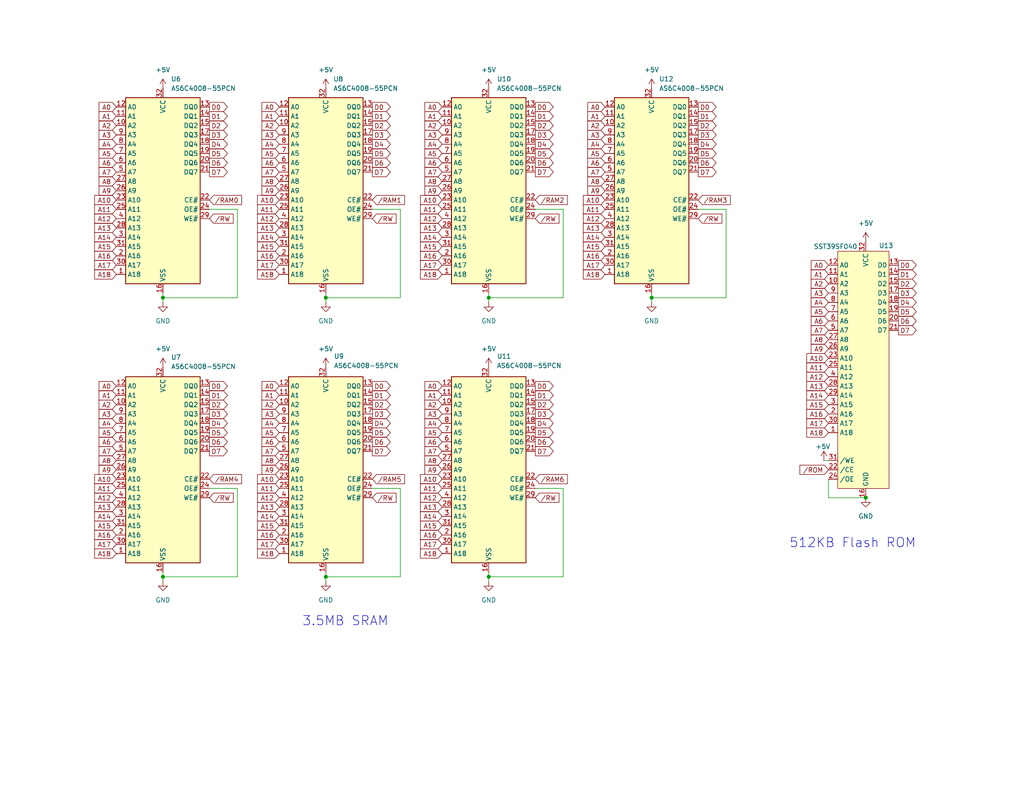
<source format=kicad_sch>
(kicad_sch (version 20231120) (generator "eeschema") (generator_version "8.0")
  (paper "A")
  (title_block (title "Mackerel-08 SBC v1") (date "2024-08-22") (rev "1.1") (company "Colin Maykish") (comment 1 "github.com/crmaykish/mackerel-68k"))
  (lib_symbols
    (symbol "Memory_RAM:AS6C4008-55PCN"
      (property "Reference" "U" (at -10.16 26.035 0))
      (property "Value" "AS6C4008-55PCN" (at 2.54 26.035 0))
      (symbol "AS6C4008-55PCN_0_0"
        (pin power_in line (at 0 -27.94 90) (length 2.54) (name "VSS") (number "16"))
        (pin power_in line (at 0 27.94 270) (length 2.54) (name "VCC") (number "32"))
      )
      (symbol "AS6C4008-55PCN_0_1"
        (rectangle (start -10.16 25.4) (end 10.16 -25.4) (stroke (width 0.254)) (fill (type background)))
      )
      (symbol "AS6C4008-55PCN_1_1"
        (pin input line (at -12.7 -22.86 0) (length 2.54) (name "A18") (number "1"))
        (pin input line (at -12.7 17.78 0) (length 2.54) (name "A2") (number "10"))
        (pin input line (at -12.7 20.32 0) (length 2.54) (name "A1") (number "11"))
        (pin input line (at -12.7 22.86 0) (length 2.54) (name "A0") (number "12"))
        (pin tri_state line (at 12.7 22.86 180) (length 2.54) (name "DQ0") (number "13"))
        (pin tri_state line (at 12.7 20.32 180) (length 2.54) (name "DQ1") (number "14"))
        (pin tri_state line (at 12.7 17.78 180) (length 2.54) (name "DQ2") (number "15"))
        (pin tri_state line (at 12.7 15.24 180) (length 2.54) (name "DQ3") (number "17"))
        (pin tri_state line (at 12.7 12.7 180) (length 2.54) (name "DQ4") (number "18"))
        (pin tri_state line (at 12.7 10.16 180) (length 2.54) (name "DQ5") (number "19"))
        (pin input line (at -12.7 -17.78 0) (length 2.54) (name "A16") (number "2"))
        (pin tri_state line (at 12.7 7.62 180) (length 2.54) (name "DQ6") (number "20"))
        (pin tri_state line (at 12.7 5.08 180) (length 2.54) (name "DQ7") (number "21"))
        (pin input line (at 12.7 -2.54 180) (length 2.54) (name "CE#") (number "22"))
        (pin input line (at -12.7 -2.54 0) (length 2.54) (name "A10") (number "23"))
        (pin input line (at 12.7 -5.08 180) (length 2.54) (name "OE#") (number "24"))
        (pin input line (at -12.7 -5.08 0) (length 2.54) (name "A11") (number "25"))
        (pin input line (at -12.7 0 0) (length 2.54) (name "A9") (number "26"))
        (pin input line (at -12.7 2.54 0) (length 2.54) (name "A8") (number "27"))
        (pin input line (at -12.7 -10.16 0) (length 2.54) (name "A13") (number "28"))
        (pin input line (at 12.7 -7.62 180) (length 2.54) (name "WE#") (number "29"))
        (pin input line (at -12.7 -12.7 0) (length 2.54) (name "A14") (number "3"))
        (pin input line (at -12.7 -20.32 0) (length 2.54) (name "A17") (number "30"))
        (pin input line (at -12.7 -15.24 0) (length 2.54) (name "A15") (number "31"))
        (pin input line (at -12.7 -7.62 0) (length 2.54) (name "A12") (number "4"))
        (pin input line (at -12.7 5.08 0) (length 2.54) (name "A7") (number "5"))
        (pin input line (at -12.7 7.62 0) (length 2.54) (name "A6") (number "6"))
        (pin input line (at -12.7 10.16 0) (length 2.54) (name "A5") (number "7"))
        (pin input line (at -12.7 12.7 0) (length 2.54) (name "A4") (number "8"))
        (pin input line (at -12.7 15.24 0) (length 2.54) (name "A3") (number "9"))
      )
    )
    (symbol "mackerel-68k-symbols:SST39SF040"
      (property "Reference" "U" (at 5.08 35.56 0))
      (property "Value" "SST39SF040" (at 0 -19.05 0))
      (symbol "SST39SF040_0_1"
        (rectangle (start -6.35 34.29) (end 7.62 -30.48) (fill (type background)))
      )
      (symbol "SST39SF040_1_1"
        (pin input line (at -8.89 -15.24 0) (length 2.54) (name "A18") (number "1"))
        (pin input line (at -8.89 25.4 0) (length 2.54) (name "A2") (number "10"))
        (pin input line (at -8.89 27.94 0) (length 2.54) (name "A1") (number "11"))
        (pin input line (at -8.89 30.48 0) (length 2.54) (name "A0") (number "12"))
        (pin bidirectional line (at 10.16 30.48 180) (length 2.54) (name "D0") (number "13"))
        (pin bidirectional line (at 10.16 27.94 180) (length 2.54) (name "D1") (number "14"))
        (pin bidirectional line (at 10.16 25.4 180) (length 2.54) (name "D2") (number "15"))
        (pin power_in line (at 1.27 -33.02 90) (length 2.54) (name "GND") (number "16"))
        (pin bidirectional line (at 10.16 22.86 180) (length 2.54) (name "D3") (number "17"))
        (pin bidirectional line (at 10.16 20.32 180) (length 2.54) (name "D4") (number "18"))
        (pin bidirectional line (at 10.16 17.78 180) (length 2.54) (name "D5") (number "19"))
        (pin input line (at -8.89 -10.16 0) (length 2.54) (name "A16") (number "2"))
        (pin bidirectional line (at 10.16 15.24 180) (length 2.54) (name "D6") (number "20"))
        (pin bidirectional line (at 10.16 12.7 180) (length 2.54) (name "D7") (number "21"))
        (pin input line (at -8.89 -25.4 0) (length 2.54) (name "/CE") (number "22"))
        (pin input line (at -8.89 5.08 0) (length 2.54) (name "A10") (number "23"))
        (pin input line (at -8.89 -27.94 0) (length 2.54) (name "/OE") (number "24"))
        (pin input line (at -8.89 2.54 0) (length 2.54) (name "A11") (number "25"))
        (pin input line (at -8.89 7.62 0) (length 2.54) (name "A9") (number "26"))
        (pin input line (at -8.89 10.16 0) (length 2.54) (name "A8") (number "27"))
        (pin input line (at -8.89 -2.54 0) (length 2.54) (name "A13") (number "28"))
        (pin input line (at -8.89 -5.08 0) (length 2.54) (name "A14") (number "29"))
        (pin input line (at -8.89 -7.62 0) (length 2.54) (name "A15") (number "3"))
        (pin input line (at -8.89 -12.7 0) (length 2.54) (name "A17") (number "30"))
        (pin input line (at -8.89 -22.86 0) (length 2.54) (name "/WE") (number "31"))
        (pin power_in line (at 1.27 36.83 270) (length 2.54) (name "VCC") (number "32"))
        (pin input line (at -8.89 0 0) (length 2.54) (name "A12") (number "4"))
        (pin input line (at -8.89 12.7 0) (length 2.54) (name "A7") (number "5"))
        (pin input line (at -8.89 15.24 0) (length 2.54) (name "A6") (number "6"))
        (pin input line (at -8.89 17.78 0) (length 2.54) (name "A5") (number "7"))
        (pin input line (at -8.89 20.32 0) (length 2.54) (name "A4") (number "8"))
        (pin input line (at -8.89 22.86 0) (length 2.54) (name "A3") (number "9"))
      )
    )
    (symbol "power:+5V" (power) (pin_numbers hide) (pin_names (offset 0) hide)
      (property "Value" "+5V" (at 0 3.556 0))
      (symbol "+5V_0_1"
        (polyline (pts (xy -0.762 1.27) (xy 0 2.54)))
        (polyline (pts (xy 0 0) (xy 0 2.54)))
        (polyline (pts (xy 0 2.54) (xy 0.762 1.27)))
      )
      (symbol "+5V_1_1"
        (pin power_in line (at 0 0 90) (length 0) (name "~") (number "1"))
      )
    )
    (symbol "power:GND" (power) (pin_numbers hide) (pin_names (offset 0) hide)
      (property "Value" "GND" (at 0 -3.81 0))
      (symbol "GND_0_1"
        (polyline (pts (xy 0 0) (xy 0 -1.27) (xy 1.27 -1.27) (xy 0 -2.54) (xy -1.27 -1.27) (xy 0 -1.27)))
      )
      (symbol "GND_1_1"
        (pin power_in line (at 0 0 270) (length 0) (name "~") (number "1"))
      )
    )
  )
  (junction (at 44.45 81.28))
  (junction (at 133.35 157.48))
  (junction (at 177.8 81.28))
  (junction (at 88.9 157.48))
  (junction (at 88.9 81.28))
  (junction (at 133.35 81.28))
  (junction (at 236.22 135.89))
  (junction (at 44.45 157.48))
  (wire (pts (xy 109.22 133.35) (xy 109.22 157.48)))
  (wire (pts (xy 190.5 57.15) (xy 198.12 57.15)))
  (wire (pts (xy 153.67 157.48) (xy 133.35 157.48)))
  (wire (pts (xy 44.45 157.48) (xy 44.45 156.21)))
  (wire (pts (xy 57.15 133.35) (xy 64.77 133.35)))
  (wire (pts (xy 198.12 57.15) (xy 198.12 81.28)))
  (wire (pts (xy 153.67 81.28) (xy 133.35 81.28)))
  (wire (pts (xy 109.22 81.28) (xy 88.9 81.28)))
  (wire (pts (xy 153.67 57.15) (xy 153.67 81.28)))
  (wire (pts (xy 177.8 81.28) (xy 177.8 80.01)))
  (wire (pts (xy 88.9 82.55) (xy 88.9 81.28)))
  (wire (pts (xy 109.22 157.48) (xy 88.9 157.48)))
  (wire (pts (xy 146.05 133.35) (xy 153.67 133.35)))
  (wire (pts (xy 101.6 133.35) (xy 109.22 133.35)))
  (wire (pts (xy 153.67 133.35) (xy 153.67 157.48)))
  (wire (pts (xy 44.45 82.55) (xy 44.45 81.28)))
  (wire (pts (xy 236.22 135.89) (xy 226.06 135.89)))
  (wire (pts (xy 226.06 135.89) (xy 226.06 130.81)))
  (wire (pts (xy 88.9 158.75) (xy 88.9 157.48)))
  (wire (pts (xy 44.45 158.75) (xy 44.45 157.48)))
  (wire (pts (xy 224.79 125.73) (xy 226.06 125.73)))
  (wire (pts (xy 133.35 157.48) (xy 133.35 156.21)))
  (wire (pts (xy 133.35 81.28) (xy 133.35 80.01)))
  (wire (pts (xy 44.45 81.28) (xy 44.45 80.01)))
  (wire (pts (xy 133.35 82.55) (xy 133.35 81.28)))
  (wire (pts (xy 109.22 57.15) (xy 109.22 81.28)))
  (wire (pts (xy 64.77 133.35) (xy 64.77 157.48)))
  (wire (pts (xy 57.15 57.15) (xy 64.77 57.15)))
  (wire (pts (xy 101.6 57.15) (xy 109.22 57.15)))
  (wire (pts (xy 64.77 81.28) (xy 44.45 81.28)))
  (wire (pts (xy 198.12 81.28) (xy 177.8 81.28)))
  (wire (pts (xy 64.77 157.48) (xy 44.45 157.48)))
  (wire (pts (xy 88.9 81.28) (xy 88.9 80.01)))
  (wire (pts (xy 64.77 57.15) (xy 64.77 81.28)))
  (wire (pts (xy 133.35 158.75) (xy 133.35 157.48)))
  (wire (pts (xy 146.05 57.15) (xy 153.67 57.15)))
  (wire (pts (xy 177.8 82.55) (xy 177.8 81.28)))
  (wire (pts (xy 88.9 157.48) (xy 88.9 156.21)))
  (text "512KB Flash ROM" (at 232.664 148.336 0) (effects (font (size 2.54 2.54))))
  (text "3.5MB SRAM" (at 94.234 169.672 0) (effects (font (size 2.54 2.54))))
  (global_label "{slash}RW" (shape input) (at 57.15 135.89 0) (property "Intersheetrefs" "${INTERSHEET_REFS}" (effects (hide yes))))
  (global_label "A16" (shape input) (at 120.65 146.05 180) (property "Intersheetrefs" "${INTERSHEET_REFS}" (effects (hide yes))))
  (global_label "A11" (shape input) (at 31.75 57.15 180) (property "Intersheetrefs" "${INTERSHEET_REFS}" (effects (hide yes))))
  (global_label "A5" (shape input) (at 165.1 41.91 180) (property "Intersheetrefs" "${INTERSHEET_REFS}" (effects (hide yes))))
  (global_label "A13" (shape input) (at 76.2 62.23 180) (property "Intersheetrefs" "${INTERSHEET_REFS}" (effects (hide yes))))
  (global_label "D5" (shape output) (at 245.11 85.09 0) (property "Intersheetrefs" "${INTERSHEET_REFS}" (effects (hide yes))))
  (global_label "D4" (shape output) (at 146.05 39.37 0) (property "Intersheetrefs" "${INTERSHEET_REFS}" (effects (hide yes))))
  (global_label "D7" (shape output) (at 101.6 46.99 0) (property "Intersheetrefs" "${INTERSHEET_REFS}" (effects (hide yes))))
  (global_label "A0" (shape input) (at 120.65 105.41 180) (property "Intersheetrefs" "${INTERSHEET_REFS}" (effects (hide yes))))
  (global_label "A12" (shape input) (at 76.2 135.89 180) (property "Intersheetrefs" "${INTERSHEET_REFS}" (effects (hide yes))))
  (global_label "D0" (shape output) (at 245.11 72.39 0) (property "Intersheetrefs" "${INTERSHEET_REFS}" (effects (hide yes))))
  (global_label "A12" (shape input) (at 31.75 135.89 180) (property "Intersheetrefs" "${INTERSHEET_REFS}" (effects (hide yes))))
  (global_label "A6" (shape input) (at 120.65 44.45 180) (property "Intersheetrefs" "${INTERSHEET_REFS}" (effects (hide yes))))
  (global_label "A2" (shape input) (at 76.2 34.29 180) (property "Intersheetrefs" "${INTERSHEET_REFS}" (effects (hide yes))))
  (global_label "D3" (shape output) (at 101.6 36.83 0) (property "Intersheetrefs" "${INTERSHEET_REFS}" (effects (hide yes))))
  (global_label "D4" (shape output) (at 57.15 115.57 0) (property "Intersheetrefs" "${INTERSHEET_REFS}" (effects (hide yes))))
  (global_label "A7" (shape input) (at 120.65 46.99 180) (property "Intersheetrefs" "${INTERSHEET_REFS}" (effects (hide yes))))
  (global_label "A1" (shape input) (at 31.75 107.95 180) (property "Intersheetrefs" "${INTERSHEET_REFS}" (effects (hide yes))))
  (global_label "A12" (shape input) (at 226.06 102.87 180) (property "Intersheetrefs" "${INTERSHEET_REFS}" (effects (hide yes))))
  (global_label "D2" (shape output) (at 101.6 110.49 0) (property "Intersheetrefs" "${INTERSHEET_REFS}" (effects (hide yes))))
  (global_label "{slash}RAM0" (shape input) (at 57.15 54.61 0) (property "Intersheetrefs" "${INTERSHEET_REFS}" (effects (hide yes))))
  (global_label "A7" (shape input) (at 226.06 90.17 180) (property "Intersheetrefs" "${INTERSHEET_REFS}" (effects (hide yes))))
  (global_label "{slash}RAM6" (shape input) (at 146.05 130.81 0) (property "Intersheetrefs" "${INTERSHEET_REFS}" (effects (hide yes))))
  (global_label "A15" (shape input) (at 120.65 67.31 180) (property "Intersheetrefs" "${INTERSHEET_REFS}" (effects (hide yes))))
  (global_label "A6" (shape input) (at 76.2 120.65 180) (property "Intersheetrefs" "${INTERSHEET_REFS}" (effects (hide yes))))
  (global_label "A10" (shape input) (at 120.65 130.81 180) (property "Intersheetrefs" "${INTERSHEET_REFS}" (effects (hide yes))))
  (global_label "D5" (shape output) (at 57.15 41.91 0) (property "Intersheetrefs" "${INTERSHEET_REFS}" (effects (hide yes))))
  (global_label "A16" (shape input) (at 226.06 113.03 180) (property "Intersheetrefs" "${INTERSHEET_REFS}" (effects (hide yes))))
  (global_label "A8" (shape input) (at 76.2 49.53 180) (property "Intersheetrefs" "${INTERSHEET_REFS}" (effects (hide yes))))
  (global_label "A0" (shape input) (at 31.75 105.41 180) (property "Intersheetrefs" "${INTERSHEET_REFS}" (effects (hide yes))))
  (global_label "A1" (shape input) (at 76.2 31.75 180) (property "Intersheetrefs" "${INTERSHEET_REFS}" (effects (hide yes))))
  (global_label "A7" (shape input) (at 120.65 123.19 180) (property "Intersheetrefs" "${INTERSHEET_REFS}" (effects (hide yes))))
  (global_label "A11" (shape input) (at 120.65 133.35 180) (property "Intersheetrefs" "${INTERSHEET_REFS}" (effects (hide yes))))
  (global_label "A5" (shape input) (at 226.06 85.09 180) (property "Intersheetrefs" "${INTERSHEET_REFS}" (effects (hide yes))))
  (global_label "A16" (shape input) (at 120.65 69.85 180) (property "Intersheetrefs" "${INTERSHEET_REFS}" (effects (hide yes))))
  (global_label "D2" (shape output) (at 245.11 77.47 0) (property "Intersheetrefs" "${INTERSHEET_REFS}" (effects (hide yes))))
  (global_label "A0" (shape input) (at 226.06 72.39 180) (property "Intersheetrefs" "${INTERSHEET_REFS}" (effects (hide yes))))
  (global_label "A18" (shape input) (at 31.75 74.93 180) (property "Intersheetrefs" "${INTERSHEET_REFS}" (effects (hide yes))))
  (global_label "A4" (shape input) (at 226.06 82.55 180) (property "Intersheetrefs" "${INTERSHEET_REFS}" (effects (hide yes))))
  (global_label "A16" (shape input) (at 31.75 69.85 180) (property "Intersheetrefs" "${INTERSHEET_REFS}" (effects (hide yes))))
  (global_label "D1" (shape output) (at 101.6 107.95 0) (property "Intersheetrefs" "${INTERSHEET_REFS}" (effects (hide yes))))
  (global_label "D2" (shape output) (at 146.05 110.49 0) (property "Intersheetrefs" "${INTERSHEET_REFS}" (effects (hide yes))))
  (global_label "{slash}RAM1" (shape input) (at 101.6 54.61 0) (property "Intersheetrefs" "${INTERSHEET_REFS}" (effects (hide yes))))
  (global_label "D4" (shape output) (at 57.15 39.37 0) (property "Intersheetrefs" "${INTERSHEET_REFS}" (effects (hide yes))))
  (global_label "{slash}RW" (shape input) (at 101.6 59.69 0) (property "Intersheetrefs" "${INTERSHEET_REFS}" (effects (hide yes))))
  (global_label "A10" (shape input) (at 226.06 97.79 180) (property "Intersheetrefs" "${INTERSHEET_REFS}" (effects (hide yes))))
  (global_label "A5" (shape input) (at 120.65 41.91 180) (property "Intersheetrefs" "${INTERSHEET_REFS}" (effects (hide yes))))
  (global_label "A2" (shape input) (at 76.2 110.49 180) (property "Intersheetrefs" "${INTERSHEET_REFS}" (effects (hide yes))))
  (global_label "D1" (shape output) (at 146.05 107.95 0) (property "Intersheetrefs" "${INTERSHEET_REFS}" (effects (hide yes))))
  (global_label "A4" (shape input) (at 76.2 115.57 180) (property "Intersheetrefs" "${INTERSHEET_REFS}" (effects (hide yes))))
  (global_label "{slash}RW" (shape input) (at 146.05 135.89 0) (property "Intersheetrefs" "${INTERSHEET_REFS}" (effects (hide yes))))
  (global_label "A3" (shape input) (at 31.75 113.03 180) (property "Intersheetrefs" "${INTERSHEET_REFS}" (effects (hide yes))))
  (global_label "A14" (shape input) (at 120.65 140.97 180) (property "Intersheetrefs" "${INTERSHEET_REFS}" (effects (hide yes))))
  (global_label "A10" (shape input) (at 31.75 130.81 180) (property "Intersheetrefs" "${INTERSHEET_REFS}" (effects (hide yes))))
  (global_label "D6" (shape output) (at 101.6 120.65 0) (property "Intersheetrefs" "${INTERSHEET_REFS}" (effects (hide yes))))
  (global_label "A11" (shape input) (at 120.65 57.15 180) (property "Intersheetrefs" "${INTERSHEET_REFS}" (effects (hide yes))))
  (global_label "D7" (shape output) (at 190.5 46.99 0) (property "Intersheetrefs" "${INTERSHEET_REFS}" (effects (hide yes))))
  (global_label "D7" (shape output) (at 57.15 123.19 0) (property "Intersheetrefs" "${INTERSHEET_REFS}" (effects (hide yes))))
  (global_label "A6" (shape input) (at 76.2 44.45 180) (property "Intersheetrefs" "${INTERSHEET_REFS}" (effects (hide yes))))
  (global_label "D3" (shape output) (at 146.05 113.03 0) (property "Intersheetrefs" "${INTERSHEET_REFS}" (effects (hide yes))))
  (global_label "A1" (shape input) (at 120.65 107.95 180) (property "Intersheetrefs" "${INTERSHEET_REFS}" (effects (hide yes))))
  (global_label "D2" (shape output) (at 146.05 34.29 0) (property "Intersheetrefs" "${INTERSHEET_REFS}" (effects (hide yes))))
  (global_label "A5" (shape input) (at 31.75 118.11 180) (property "Intersheetrefs" "${INTERSHEET_REFS}" (effects (hide yes))))
  (global_label "D1" (shape output) (at 190.5 31.75 0) (property "Intersheetrefs" "${INTERSHEET_REFS}" (effects (hide yes))))
  (global_label "A17" (shape input) (at 31.75 148.59 180) (property "Intersheetrefs" "${INTERSHEET_REFS}" (effects (hide yes))))
  (global_label "A4" (shape input) (at 31.75 115.57 180) (property "Intersheetrefs" "${INTERSHEET_REFS}" (effects (hide yes))))
  (global_label "A13" (shape input) (at 120.65 62.23 180) (property "Intersheetrefs" "${INTERSHEET_REFS}" (effects (hide yes))))
  (global_label "A17" (shape input) (at 76.2 148.59 180) (property "Intersheetrefs" "${INTERSHEET_REFS}" (effects (hide yes))))
  (global_label "A0" (shape input) (at 76.2 29.21 180) (property "Intersheetrefs" "${INTERSHEET_REFS}" (effects (hide yes))))
  (global_label "A9" (shape input) (at 31.75 128.27 180) (property "Intersheetrefs" "${INTERSHEET_REFS}" (effects (hide yes))))
  (global_label "D4" (shape output) (at 245.11 82.55 0) (property "Intersheetrefs" "${INTERSHEET_REFS}" (effects (hide yes))))
  (global_label "D4" (shape output) (at 101.6 39.37 0) (property "Intersheetrefs" "${INTERSHEET_REFS}" (effects (hide yes))))
  (global_label "A10" (shape input) (at 31.75 54.61 180) (property "Intersheetrefs" "${INTERSHEET_REFS}" (effects (hide yes))))
  (global_label "A17" (shape input) (at 31.75 72.39 180) (property "Intersheetrefs" "${INTERSHEET_REFS}" (effects (hide yes))))
  (global_label "A2" (shape input) (at 226.06 77.47 180) (property "Intersheetrefs" "${INTERSHEET_REFS}" (effects (hide yes))))
  (global_label "D2" (shape output) (at 57.15 110.49 0) (property "Intersheetrefs" "${INTERSHEET_REFS}" (effects (hide yes))))
  (global_label "A9" (shape input) (at 165.1 52.07 180) (property "Intersheetrefs" "${INTERSHEET_REFS}" (effects (hide yes))))
  (global_label "A14" (shape input) (at 31.75 64.77 180) (property "Intersheetrefs" "${INTERSHEET_REFS}" (effects (hide yes))))
  (global_label "A7" (shape input) (at 76.2 123.19 180) (property "Intersheetrefs" "${INTERSHEET_REFS}" (effects (hide yes))))
  (global_label "D3" (shape output) (at 57.15 36.83 0) (property "Intersheetrefs" "${INTERSHEET_REFS}" (effects (hide yes))))
  (global_label "A3" (shape input) (at 120.65 113.03 180) (property "Intersheetrefs" "${INTERSHEET_REFS}" (effects (hide yes))))
  (global_label "A11" (shape input) (at 165.1 57.15 180) (property "Intersheetrefs" "${INTERSHEET_REFS}" (effects (hide yes))))
  (global_label "D1" (shape output) (at 57.15 31.75 0) (property "Intersheetrefs" "${INTERSHEET_REFS}" (effects (hide yes))))
  (global_label "D3" (shape output) (at 57.15 113.03 0) (property "Intersheetrefs" "${INTERSHEET_REFS}" (effects (hide yes))))
  (global_label "A17" (shape input) (at 226.06 115.57 180) (property "Intersheetrefs" "${INTERSHEET_REFS}" (effects (hide yes))))
  (global_label "A8" (shape input) (at 120.65 49.53 180) (property "Intersheetrefs" "${INTERSHEET_REFS}" (effects (hide yes))))
  (global_label "A15" (shape input) (at 165.1 67.31 180) (property "Intersheetrefs" "${INTERSHEET_REFS}" (effects (hide yes))))
  (global_label "A17" (shape input) (at 120.65 148.59 180) (property "Intersheetrefs" "${INTERSHEET_REFS}" (effects (hide yes))))
  (global_label "A9" (shape input) (at 226.06 95.25 180) (property "Intersheetrefs" "${INTERSHEET_REFS}" (effects (hide yes))))
  (global_label "D6" (shape output) (at 146.05 120.65 0) (property "Intersheetrefs" "${INTERSHEET_REFS}" (effects (hide yes))))
  (global_label "A2" (shape input) (at 120.65 110.49 180) (property "Intersheetrefs" "${INTERSHEET_REFS}" (effects (hide yes))))
  (global_label "A4" (shape input) (at 31.75 39.37 180) (property "Intersheetrefs" "${INTERSHEET_REFS}" (effects (hide yes))))
  (global_label "A3" (shape input) (at 120.65 36.83 180) (property "Intersheetrefs" "${INTERSHEET_REFS}" (effects (hide yes))))
  (global_label "A11" (shape input) (at 31.75 133.35 180) (property "Intersheetrefs" "${INTERSHEET_REFS}" (effects (hide yes))))
  (global_label "D6" (shape output) (at 101.6 44.45 0) (property "Intersheetrefs" "${INTERSHEET_REFS}" (effects (hide yes))))
  (global_label "A6" (shape input) (at 120.65 120.65 180) (property "Intersheetrefs" "${INTERSHEET_REFS}" (effects (hide yes))))
  (global_label "D5" (shape output) (at 146.05 41.91 0) (property "Intersheetrefs" "${INTERSHEET_REFS}" (effects (hide yes))))
  (global_label "A12" (shape input) (at 31.75 59.69 180) (property "Intersheetrefs" "${INTERSHEET_REFS}" (effects (hide yes))))
  (global_label "A7" (shape input) (at 165.1 46.99 180) (property "Intersheetrefs" "${INTERSHEET_REFS}" (effects (hide yes))))
  (global_label "D1" (shape output) (at 146.05 31.75 0) (property "Intersheetrefs" "${INTERSHEET_REFS}" (effects (hide yes))))
  (global_label "A15" (shape input) (at 120.65 143.51 180) (property "Intersheetrefs" "${INTERSHEET_REFS}" (effects (hide yes))))
  (global_label "A1" (shape input) (at 226.06 74.93 180) (property "Intersheetrefs" "${INTERSHEET_REFS}" (effects (hide yes))))
  (global_label "A18" (shape input) (at 120.65 74.93 180) (property "Intersheetrefs" "${INTERSHEET_REFS}" (effects (hide yes))))
  (global_label "A16" (shape input) (at 165.1 69.85 180) (property "Intersheetrefs" "${INTERSHEET_REFS}" (effects (hide yes))))
  (global_label "A18" (shape input) (at 226.06 118.11 180) (property "Intersheetrefs" "${INTERSHEET_REFS}" (effects (hide yes))))
  (global_label "A18" (shape input) (at 165.1 74.93 180) (property "Intersheetrefs" "${INTERSHEET_REFS}" (effects (hide yes))))
  (global_label "A1" (shape input) (at 76.2 107.95 180) (property "Intersheetrefs" "${INTERSHEET_REFS}" (effects (hide yes))))
  (global_label "D7" (shape output) (at 101.6 123.19 0) (property "Intersheetrefs" "${INTERSHEET_REFS}" (effects (hide yes))))
  (global_label "A8" (shape input) (at 76.2 125.73 180) (property "Intersheetrefs" "${INTERSHEET_REFS}" (effects (hide yes))))
  (global_label "A7" (shape input) (at 31.75 46.99 180) (property "Intersheetrefs" "${INTERSHEET_REFS}" (effects (hide yes))))
  (global_label "A3" (shape input) (at 165.1 36.83 180) (property "Intersheetrefs" "${INTERSHEET_REFS}" (effects (hide yes))))
  (global_label "D0" (shape output) (at 101.6 29.21 0) (property "Intersheetrefs" "${INTERSHEET_REFS}" (effects (hide yes))))
  (global_label "D6" (shape output) (at 190.5 44.45 0) (property "Intersheetrefs" "${INTERSHEET_REFS}" (effects (hide yes))))
  (global_label "A10" (shape input) (at 76.2 130.81 180) (property "Intersheetrefs" "${INTERSHEET_REFS}" (effects (hide yes))))
  (global_label "A15" (shape input) (at 76.2 67.31 180) (property "Intersheetrefs" "${INTERSHEET_REFS}" (effects (hide yes))))
  (global_label "A18" (shape input) (at 120.65 151.13 180) (property "Intersheetrefs" "${INTERSHEET_REFS}" (effects (hide yes))))
  (global_label "A13" (shape input) (at 165.1 62.23 180) (property "Intersheetrefs" "${INTERSHEET_REFS}" (effects (hide yes))))
  (global_label "A13" (shape input) (at 76.2 138.43 180) (property "Intersheetrefs" "${INTERSHEET_REFS}" (effects (hide yes))))
  (global_label "A17" (shape input) (at 76.2 72.39 180) (property "Intersheetrefs" "${INTERSHEET_REFS}" (effects (hide yes))))
  (global_label "A10" (shape input) (at 76.2 54.61 180) (property "Intersheetrefs" "${INTERSHEET_REFS}" (effects (hide yes))))
  (global_label "D2" (shape output) (at 101.6 34.29 0) (property "Intersheetrefs" "${INTERSHEET_REFS}" (effects (hide yes))))
  (global_label "D5" (shape output) (at 101.6 41.91 0) (property "Intersheetrefs" "${INTERSHEET_REFS}" (effects (hide yes))))
  (global_label "A1" (shape input) (at 120.65 31.75 180) (property "Intersheetrefs" "${INTERSHEET_REFS}" (effects (hide yes))))
  (global_label "A4" (shape input) (at 165.1 39.37 180) (property "Intersheetrefs" "${INTERSHEET_REFS}" (effects (hide yes))))
  (global_label "{slash}ROM" (shape input) (at 226.06 128.27 180) (property "Intersheetrefs" "${INTERSHEET_REFS}" (effects (hide yes))))
  (global_label "{slash}RW" (shape input) (at 190.5 59.69 0) (property "Intersheetrefs" "${INTERSHEET_REFS}" (effects (hide yes))))
  (global_label "A10" (shape input) (at 165.1 54.61 180) (property "Intersheetrefs" "${INTERSHEET_REFS}" (effects (hide yes))))
  (global_label "A17" (shape input) (at 120.65 72.39 180) (property "Intersheetrefs" "${INTERSHEET_REFS}" (effects (hide yes))))
  (global_label "D0" (shape output) (at 57.15 105.41 0) (property "Intersheetrefs" "${INTERSHEET_REFS}" (effects (hide yes))))
  (global_label "D3" (shape output) (at 245.11 80.01 0) (property "Intersheetrefs" "${INTERSHEET_REFS}" (effects (hide yes))))
  (global_label "D5" (shape output) (at 190.5 41.91 0) (property "Intersheetrefs" "${INTERSHEET_REFS}" (effects (hide yes))))
  (global_label "A15" (shape input) (at 31.75 143.51 180) (property "Intersheetrefs" "${INTERSHEET_REFS}" (effects (hide yes))))
  (global_label "A8" (shape input) (at 31.75 49.53 180) (property "Intersheetrefs" "${INTERSHEET_REFS}" (effects (hide yes))))
  (global_label "A6" (shape input) (at 31.75 44.45 180) (property "Intersheetrefs" "${INTERSHEET_REFS}" (effects (hide yes))))
  (global_label "D1" (shape output) (at 57.15 107.95 0) (property "Intersheetrefs" "${INTERSHEET_REFS}" (effects (hide yes))))
  (global_label "{slash}RW" (shape input) (at 101.6 135.89 0) (property "Intersheetrefs" "${INTERSHEET_REFS}" (effects (hide yes))))
  (global_label "D1" (shape output) (at 101.6 31.75 0) (property "Intersheetrefs" "${INTERSHEET_REFS}" (effects (hide yes))))
  (global_label "D5" (shape output) (at 57.15 118.11 0) (property "Intersheetrefs" "${INTERSHEET_REFS}" (effects (hide yes))))
  (global_label "A14" (shape input) (at 120.65 64.77 180) (property "Intersheetrefs" "${INTERSHEET_REFS}" (effects (hide yes))))
  (global_label "A13" (shape input) (at 31.75 138.43 180) (property "Intersheetrefs" "${INTERSHEET_REFS}" (effects (hide yes))))
  (global_label "A14" (shape input) (at 165.1 64.77 180) (property "Intersheetrefs" "${INTERSHEET_REFS}" (effects (hide yes))))
  (global_label "A1" (shape input) (at 165.1 31.75 180) (property "Intersheetrefs" "${INTERSHEET_REFS}" (effects (hide yes))))
  (global_label "A14" (shape input) (at 226.06 107.95 180) (property "Intersheetrefs" "${INTERSHEET_REFS}" (effects (hide yes))))
  (global_label "A16" (shape input) (at 76.2 146.05 180) (property "Intersheetrefs" "${INTERSHEET_REFS}" (effects (hide yes))))
  (global_label "A7" (shape input) (at 31.75 123.19 180) (property "Intersheetrefs" "${INTERSHEET_REFS}" (effects (hide yes))))
  (global_label "D5" (shape output) (at 101.6 118.11 0) (property "Intersheetrefs" "${INTERSHEET_REFS}" (effects (hide yes))))
  (global_label "A9" (shape input) (at 120.65 128.27 180) (property "Intersheetrefs" "${INTERSHEET_REFS}" (effects (hide yes))))
  (global_label "D7" (shape output) (at 146.05 46.99 0) (property "Intersheetrefs" "${INTERSHEET_REFS}" (effects (hide yes))))
  (global_label "A9" (shape input) (at 76.2 128.27 180) (property "Intersheetrefs" "${INTERSHEET_REFS}" (effects (hide yes))))
  (global_label "A4" (shape input) (at 76.2 39.37 180) (property "Intersheetrefs" "${INTERSHEET_REFS}" (effects (hide yes))))
  (global_label "A11" (shape input) (at 76.2 133.35 180) (property "Intersheetrefs" "${INTERSHEET_REFS}" (effects (hide yes))))
  (global_label "A12" (shape input) (at 120.65 135.89 180) (property "Intersheetrefs" "${INTERSHEET_REFS}" (effects (hide yes))))
  (global_label "A5" (shape input) (at 31.75 41.91 180) (property "Intersheetrefs" "${INTERSHEET_REFS}" (effects (hide yes))))
  (global_label "D0" (shape output) (at 146.05 29.21 0) (property "Intersheetrefs" "${INTERSHEET_REFS}" (effects (hide yes))))
  (global_label "D7" (shape output) (at 57.15 46.99 0) (property "Intersheetrefs" "${INTERSHEET_REFS}" (effects (hide yes))))
  (global_label "D0" (shape output) (at 146.05 105.41 0) (property "Intersheetrefs" "${INTERSHEET_REFS}" (effects (hide yes))))
  (global_label "A6" (shape input) (at 31.75 120.65 180) (property "Intersheetrefs" "${INTERSHEET_REFS}" (effects (hide yes))))
  (global_label "A17" (shape input) (at 165.1 72.39 180) (property "Intersheetrefs" "${INTERSHEET_REFS}" (effects (hide yes))))
  (global_label "A13" (shape input) (at 120.65 138.43 180) (property "Intersheetrefs" "${INTERSHEET_REFS}" (effects (hide yes))))
  (global_label "A16" (shape input) (at 76.2 69.85 180) (property "Intersheetrefs" "${INTERSHEET_REFS}" (effects (hide yes))))
  (global_label "D0" (shape output) (at 101.6 105.41 0) (property "Intersheetrefs" "${INTERSHEET_REFS}" (effects (hide yes))))
  (global_label "A0" (shape input) (at 76.2 105.41 180) (property "Intersheetrefs" "${INTERSHEET_REFS}" (effects (hide yes))))
  (global_label "D5" (shape output) (at 146.05 118.11 0) (property "Intersheetrefs" "${INTERSHEET_REFS}" (effects (hide yes))))
  (global_label "A5" (shape input) (at 76.2 118.11 180) (property "Intersheetrefs" "${INTERSHEET_REFS}" (effects (hide yes))))
  (global_label "D3" (shape output) (at 190.5 36.83 0) (property "Intersheetrefs" "${INTERSHEET_REFS}" (effects (hide yes))))
  (global_label "D0" (shape output) (at 190.5 29.21 0) (property "Intersheetrefs" "${INTERSHEET_REFS}" (effects (hide yes))))
  (global_label "A10" (shape input) (at 120.65 54.61 180) (property "Intersheetrefs" "${INTERSHEET_REFS}" (effects (hide yes))))
  (global_label "A2" (shape input) (at 31.75 110.49 180) (property "Intersheetrefs" "${INTERSHEET_REFS}" (effects (hide yes))))
  (global_label "A9" (shape input) (at 120.65 52.07 180) (property "Intersheetrefs" "${INTERSHEET_REFS}" (effects (hide yes))))
  (global_label "A18" (shape input) (at 76.2 74.93 180) (property "Intersheetrefs" "${INTERSHEET_REFS}" (effects (hide yes))))
  (global_label "A9" (shape input) (at 31.75 52.07 180) (property "Intersheetrefs" "${INTERSHEET_REFS}" (effects (hide yes))))
  (global_label "A16" (shape input) (at 31.75 146.05 180) (property "Intersheetrefs" "${INTERSHEET_REFS}" (effects (hide yes))))
  (global_label "D7" (shape output) (at 146.05 123.19 0) (property "Intersheetrefs" "${INTERSHEET_REFS}" (effects (hide yes))))
  (global_label "A8" (shape input) (at 120.65 125.73 180) (property "Intersheetrefs" "${INTERSHEET_REFS}" (effects (hide yes))))
  (global_label "A8" (shape input) (at 226.06 92.71 180) (property "Intersheetrefs" "${INTERSHEET_REFS}" (effects (hide yes))))
  (global_label "D4" (shape output) (at 101.6 115.57 0) (property "Intersheetrefs" "${INTERSHEET_REFS}" (effects (hide yes))))
  (global_label "A15" (shape input) (at 31.75 67.31 180) (property "Intersheetrefs" "${INTERSHEET_REFS}" (effects (hide yes))))
  (global_label "A3" (shape input) (at 31.75 36.83 180) (property "Intersheetrefs" "${INTERSHEET_REFS}" (effects (hide yes))))
  (global_label "D0" (shape output) (at 57.15 29.21 0) (property "Intersheetrefs" "${INTERSHEET_REFS}" (effects (hide yes))))
  (global_label "A3" (shape input) (at 76.2 36.83 180) (property "Intersheetrefs" "${INTERSHEET_REFS}" (effects (hide yes))))
  (global_label "A0" (shape input) (at 31.75 29.21 180) (property "Intersheetrefs" "${INTERSHEET_REFS}" (effects (hide yes))))
  (global_label "A2" (shape input) (at 31.75 34.29 180) (property "Intersheetrefs" "${INTERSHEET_REFS}" (effects (hide yes))))
  (global_label "A13" (shape input) (at 31.75 62.23 180) (property "Intersheetrefs" "${INTERSHEET_REFS}" (effects (hide yes))))
  (global_label "A4" (shape input) (at 120.65 115.57 180) (property "Intersheetrefs" "${INTERSHEET_REFS}" (effects (hide yes))))
  (global_label "D2" (shape output) (at 57.15 34.29 0) (property "Intersheetrefs" "${INTERSHEET_REFS}" (effects (hide yes))))
  (global_label "A9" (shape input) (at 76.2 52.07 180) (property "Intersheetrefs" "${INTERSHEET_REFS}" (effects (hide yes))))
  (global_label "A8" (shape input) (at 31.75 125.73 180) (property "Intersheetrefs" "${INTERSHEET_REFS}" (effects (hide yes))))
  (global_label "A3" (shape input) (at 76.2 113.03 180) (property "Intersheetrefs" "${INTERSHEET_REFS}" (effects (hide yes))))
  (global_label "D3" (shape output) (at 101.6 113.03 0) (property "Intersheetrefs" "${INTERSHEET_REFS}" (effects (hide yes))))
  (global_label "{slash}RAM5" (shape input) (at 101.6 130.81 0) (property "Intersheetrefs" "${INTERSHEET_REFS}" (effects (hide yes))))
  (global_label "{slash}RAM4" (shape input) (at 57.15 130.81 0) (property "Intersheetrefs" "${INTERSHEET_REFS}" (effects (hide yes))))
  (global_label "A14" (shape input) (at 31.75 140.97 180) (property "Intersheetrefs" "${INTERSHEET_REFS}" (effects (hide yes))))
  (global_label "D4" (shape output) (at 190.5 39.37 0) (property "Intersheetrefs" "${INTERSHEET_REFS}" (effects (hide yes))))
  (global_label "A2" (shape input) (at 120.65 34.29 180) (property "Intersheetrefs" "${INTERSHEET_REFS}" (effects (hide yes))))
  (global_label "A13" (shape input) (at 226.06 105.41 180) (property "Intersheetrefs" "${INTERSHEET_REFS}" (effects (hide yes))))
  (global_label "A12" (shape input) (at 165.1 59.69 180) (property "Intersheetrefs" "${INTERSHEET_REFS}" (effects (hide yes))))
  (global_label "A0" (shape input) (at 120.65 29.21 180) (property "Intersheetrefs" "${INTERSHEET_REFS}" (effects (hide yes))))
  (global_label "D7" (shape output) (at 245.11 90.17 0) (property "Intersheetrefs" "${INTERSHEET_REFS}" (effects (hide yes))))
  (global_label "{slash}RAM3" (shape input) (at 190.5 54.61 0) (property "Intersheetrefs" "${INTERSHEET_REFS}" (effects (hide yes))))
  (global_label "A6" (shape input) (at 165.1 44.45 180) (property "Intersheetrefs" "${INTERSHEET_REFS}" (effects (hide yes))))
  (global_label "D4" (shape output) (at 146.05 115.57 0) (property "Intersheetrefs" "${INTERSHEET_REFS}" (effects (hide yes))))
  (global_label "{slash}RAM2" (shape input) (at 146.05 54.61 0) (property "Intersheetrefs" "${INTERSHEET_REFS}" (effects (hide yes))))
  (global_label "A18" (shape input) (at 31.75 151.13 180) (property "Intersheetrefs" "${INTERSHEET_REFS}" (effects (hide yes))))
  (global_label "D1" (shape output) (at 245.11 74.93 0) (property "Intersheetrefs" "${INTERSHEET_REFS}" (effects (hide yes))))
  (global_label "{slash}RW" (shape input) (at 146.05 59.69 0) (property "Intersheetrefs" "${INTERSHEET_REFS}" (effects (hide yes))))
  (global_label "A14" (shape input) (at 76.2 140.97 180) (property "Intersheetrefs" "${INTERSHEET_REFS}" (effects (hide yes))))
  (global_label "{slash}RW" (shape input) (at 57.15 59.69 0) (property "Intersheetrefs" "${INTERSHEET_REFS}" (effects (hide yes))))
  (global_label "A11" (shape input) (at 76.2 57.15 180) (property "Intersheetrefs" "${INTERSHEET_REFS}" (effects (hide yes))))
  (global_label "A15" (shape input) (at 76.2 143.51 180) (property "Intersheetrefs" "${INTERSHEET_REFS}" (effects (hide yes))))
  (global_label "A2" (shape input) (at 165.1 34.29 180) (property "Intersheetrefs" "${INTERSHEET_REFS}" (effects (hide yes))))
  (global_label "A5" (shape input) (at 120.65 118.11 180) (property "Intersheetrefs" "${INTERSHEET_REFS}" (effects (hide yes))))
  (global_label "D3" (shape output) (at 146.05 36.83 0) (property "Intersheetrefs" "${INTERSHEET_REFS}" (effects (hide yes))))
  (global_label "A3" (shape input) (at 226.06 80.01 180) (property "Intersheetrefs" "${INTERSHEET_REFS}" (effects (hide yes))))
  (global_label "D6" (shape output) (at 57.15 44.45 0) (property "Intersheetrefs" "${INTERSHEET_REFS}" (effects (hide yes))))
  (global_label "A11" (shape input) (at 226.06 100.33 180) (property "Intersheetrefs" "${INTERSHEET_REFS}" (effects (hide yes))))
  (global_label "A7" (shape input) (at 76.2 46.99 180) (property "Intersheetrefs" "${INTERSHEET_REFS}" (effects (hide yes))))
  (global_label "A8" (shape input) (at 165.1 49.53 180) (property "Intersheetrefs" "${INTERSHEET_REFS}" (effects (hide yes))))
  (global_label "A1" (shape input) (at 31.75 31.75 180) (property "Intersheetrefs" "${INTERSHEET_REFS}" (effects (hide yes))))
  (global_label "A4" (shape input) (at 120.65 39.37 180) (property "Intersheetrefs" "${INTERSHEET_REFS}" (effects (hide yes))))
  (global_label "D2" (shape output) (at 190.5 34.29 0) (property "Intersheetrefs" "${INTERSHEET_REFS}" (effects (hide yes))))
  (global_label "A0" (shape input) (at 165.1 29.21 180) (property "Intersheetrefs" "${INTERSHEET_REFS}" (effects (hide yes))))
  (global_label "A18" (shape input) (at 76.2 151.13 180) (property "Intersheetrefs" "${INTERSHEET_REFS}" (effects (hide yes))))
  (global_label "D6" (shape output) (at 146.05 44.45 0) (property "Intersheetrefs" "${INTERSHEET_REFS}" (effects (hide yes))))
  (global_label "D6" (shape output) (at 57.15 120.65 0) (property "Intersheetrefs" "${INTERSHEET_REFS}" (effects (hide yes))))
  (global_label "A14" (shape input) (at 76.2 64.77 180) (property "Intersheetrefs" "${INTERSHEET_REFS}" (effects (hide yes))))
  (global_label "A12" (shape input) (at 120.65 59.69 180) (property "Intersheetrefs" "${INTERSHEET_REFS}" (effects (hide yes))))
  (global_label "D6" (shape output) (at 245.11 87.63 0) (property "Intersheetrefs" "${INTERSHEET_REFS}" (effects (hide yes))))
  (global_label "A6" (shape input) (at 226.06 87.63 180) (property "Intersheetrefs" "${INTERSHEET_REFS}" (effects (hide yes))))
  (global_label "A15" (shape input) (at 226.06 110.49 180) (property "Intersheetrefs" "${INTERSHEET_REFS}" (effects (hide yes))))
  (global_label "A12" (shape input) (at 76.2 59.69 180) (property "Intersheetrefs" "${INTERSHEET_REFS}" (effects (hide yes))))
  (global_label "A5" (shape input) (at 76.2 41.91 180) (property "Intersheetrefs" "${INTERSHEET_REFS}" (effects (hide yes))))
  (symbol (lib_id "power:+5V") (at 133.35 100.33 0) (unit 1)
    (property "Reference" "#PWR027" (effects (hide yes)))
    (property "Value" "+5V" (at 133.35 95.25 0))
    (property "Description" "Power symbol creates a global label with name \"+5V\"" (effects (hide yes)))
  )
  (symbol (lib_id "power:+5V") (at 133.35 24.13 0) (unit 1)
    (property "Reference" "#PWR025" (effects (hide yes)))
    (property "Value" "+5V" (at 133.35 19.05 0))
    (property "Description" "Power symbol creates a global label with name \"+5V\"" (effects (hide yes)))
  )
  (symbol (lib_id "power:+5V") (at 236.22 66.04 0) (unit 1)
    (property "Reference" "#PWR032" (effects (hide yes)))
    (property "Value" "+5V" (at 236.22 60.96 0))
    (property "Description" "Power symbol creates a global label with name \"+5V\"" (effects (hide yes)))
  )
  (symbol (lib_id "Memory_RAM:AS6C4008-55PCN") (at 133.35 52.07 0) (unit 1)
    (property "Reference" "U10" (at 135.5441 21.59 0) (effects (justify left)))
    (property "Value" "AS6C4008-55PCN" (at 135.5441 24.13 0) (effects (justify left)))
    (property "Footprint" "Package_DIP:DIP-32_W15.24mm" (effects (hide yes)))
    (property "Datasheet" "https://www.alliancememory.com/wp-content/uploads/pdf/AS6C4008.pdf" (effects (hide yes)))
    (property "Description" "512K x 8 Low Power CMOS RAM, DIP-32" (effects (hide yes)))
  )
  (symbol (lib_id "power:+5V") (at 88.9 24.13 0) (unit 1)
    (property "Reference" "#PWR021" (effects (hide yes)))
    (property "Value" "+5V" (at 88.9 19.05 0))
    (property "Description" "Power symbol creates a global label with name \"+5V\"" (effects (hide yes)))
  )
  (symbol (lib_id "Memory_RAM:AS6C4008-55PCN") (at 88.9 52.07 0) (unit 1)
    (property "Reference" "U8" (at 90.9194 21.59 0) (effects (justify left)))
    (property "Value" "AS6C4008-55PCN" (at 90.9194 24.13 0) (effects (justify left)))
    (property "Footprint" "Package_DIP:DIP-32_W15.24mm" (effects (hide yes)))
    (property "Datasheet" "https://www.alliancememory.com/wp-content/uploads/pdf/AS6C4008.pdf" (effects (hide yes)))
    (property "Description" "512K x 8 Low Power CMOS RAM, DIP-32" (effects (hide yes)))
  )
  (symbol (lib_id "power:GND") (at 236.22 135.89 0) (unit 1)
    (property "Reference" "#PWR033" (effects (hide yes)))
    (property "Value" "GND" (at 236.22 140.97 0))
    (property "Description" "Power symbol creates a global label with name \"GND\" , ground" (effects (hide yes)))
  )
  (symbol (lib_id "power:+5V") (at 224.79 125.73 0) (unit 1)
    (property "Reference" "#PWR031" (effects (hide yes)))
    (property "Value" "+5V" (at 224.536 121.92 0))
    (property "Description" "Power symbol creates a global label with name \"+5V\"" (effects (hide yes)))
  )
  (symbol (lib_id "power:GND") (at 44.45 158.75 0) (unit 1)
    (property "Reference" "#PWR020" (effects (hide yes)))
    (property "Value" "GND" (at 44.45 163.83 0))
    (property "Description" "Power symbol creates a global label with name \"GND\" , ground" (effects (hide yes)))
  )
  (symbol (lib_id "Memory_RAM:AS6C4008-55PCN") (at 44.45 52.07 0) (unit 1)
    (property "Reference" "U6" (at 46.6441 21.59 0) (effects (justify left)))
    (property "Value" "AS6C4008-55PCN" (at 46.6441 24.13 0) (effects (justify left)))
    (property "Footprint" "Package_DIP:DIP-32_W15.24mm" (effects (hide yes)))
    (property "Datasheet" "https://www.alliancememory.com/wp-content/uploads/pdf/AS6C4008.pdf" (effects (hide yes)))
    (property "Description" "512K x 8 Low Power CMOS RAM, DIP-32" (effects (hide yes)))
  )
  (symbol (lib_id "power:GND") (at 133.35 158.75 0) (unit 1)
    (property "Reference" "#PWR028" (effects (hide yes)))
    (property "Value" "GND" (at 133.35 163.83 0))
    (property "Description" "Power symbol creates a global label with name \"GND\" , ground" (effects (hide yes)))
  )
  (symbol (lib_id "power:+5V") (at 44.45 24.13 0) (unit 1)
    (property "Reference" "#PWR017" (effects (hide yes)))
    (property "Value" "+5V" (at 44.45 19.05 0))
    (property "Description" "Power symbol creates a global label with name \"+5V\"" (effects (hide yes)))
  )
  (symbol (lib_id "power:+5V") (at 44.45 100.33 0) (unit 1)
    (property "Reference" "#PWR019" (effects (hide yes)))
    (property "Value" "+5V" (at 44.45 95.25 0))
    (property "Description" "Power symbol creates a global label with name \"+5V\"" (effects (hide yes)))
  )
  (symbol (lib_id "Memory_RAM:AS6C4008-55PCN") (at 88.9 128.27 0) (unit 1)
    (property "Reference" "U9" (at 91.0941 97.282 0) (effects (justify left)))
    (property "Value" "AS6C4008-55PCN" (at 91.0941 99.822 0) (effects (justify left)))
    (property "Footprint" "Package_DIP:DIP-32_W15.24mm" (effects (hide yes)))
    (property "Datasheet" "https://www.alliancememory.com/wp-content/uploads/pdf/AS6C4008.pdf" (effects (hide yes)))
    (property "Description" "512K x 8 Low Power CMOS RAM, DIP-32" (effects (hide yes)))
  )
  (symbol (lib_id "power:GND") (at 133.35 82.55 0) (unit 1)
    (property "Reference" "#PWR026" (effects (hide yes)))
    (property "Value" "GND" (at 133.35 87.63 0))
    (property "Description" "Power symbol creates a global label with name \"GND\" , ground" (effects (hide yes)))
  )
  (symbol (lib_id "Memory_RAM:AS6C4008-55PCN") (at 44.45 128.27 0) (unit 1)
    (property "Reference" "U7" (at 46.6441 97.536 0) (effects (justify left)))
    (property "Value" "AS6C4008-55PCN" (at 46.6441 100.076 0) (effects (justify left)))
    (property "Footprint" "Package_DIP:DIP-32_W15.24mm" (effects (hide yes)))
    (property "Datasheet" "https://www.alliancememory.com/wp-content/uploads/pdf/AS6C4008.pdf" (effects (hide yes)))
    (property "Description" "512K x 8 Low Power CMOS RAM, DIP-32" (effects (hide yes)))
  )
  (symbol (lib_id "Memory_RAM:AS6C4008-55PCN") (at 177.8 52.07 0) (unit 1)
    (property "Reference" "U12" (at 179.8194 21.59 0) (effects (justify left)))
    (property "Value" "AS6C4008-55PCN" (at 179.8194 24.13 0) (effects (justify left)))
    (property "Footprint" "Package_DIP:DIP-32_W15.24mm" (effects (hide yes)))
    (property "Datasheet" "https://www.alliancememory.com/wp-content/uploads/pdf/AS6C4008.pdf" (effects (hide yes)))
    (property "Description" "512K x 8 Low Power CMOS RAM, DIP-32" (effects (hide yes)))
  )
  (symbol (lib_id "power:+5V") (at 88.9 100.33 0) (unit 1)
    (property "Reference" "#PWR023" (effects (hide yes)))
    (property "Value" "+5V" (at 88.9 95.25 0))
    (property "Description" "Power symbol creates a global label with name \"+5V\"" (effects (hide yes)))
  )
  (symbol (lib_id "power:GND") (at 44.45 82.55 0) (unit 1)
    (property "Reference" "#PWR018" (effects (hide yes)))
    (property "Value" "GND" (at 44.45 87.63 0))
    (property "Description" "Power symbol creates a global label with name \"GND\" , ground" (effects (hide yes)))
  )
  (symbol (lib_id "power:GND") (at 177.8 82.55 0) (unit 1)
    (property "Reference" "#PWR030" (effects (hide yes)))
    (property "Value" "GND" (at 177.8 87.63 0))
    (property "Description" "Power symbol creates a global label with name \"GND\" , ground" (effects (hide yes)))
  )
  (symbol (lib_id "Memory_RAM:AS6C4008-55PCN") (at 133.35 128.27 0) (unit 1)
    (property "Reference" "U11" (at 135.5441 97.282 0) (effects (justify left)))
    (property "Value" "AS6C4008-55PCN" (at 135.5441 99.822 0) (effects (justify left)))
    (property "Footprint" "Package_DIP:DIP-32_W15.24mm" (effects (hide yes)))
    (property "Datasheet" "https://www.alliancememory.com/wp-content/uploads/pdf/AS6C4008.pdf" (effects (hide yes)))
    (property "Description" "512K x 8 Low Power CMOS RAM, DIP-32" (effects (hide yes)))
  )
  (symbol (lib_id "power:GND") (at 88.9 82.55 0) (unit 1)
    (property "Reference" "#PWR022" (effects (hide yes)))
    (property "Value" "GND" (at 88.9 87.63 0))
    (property "Description" "Power symbol creates a global label with name \"GND\" , ground" (effects (hide yes)))
  )
  (symbol (lib_id "power:GND") (at 88.9 158.75 0) (unit 1)
    (property "Reference" "#PWR024" (effects (hide yes)))
    (property "Value" "GND" (at 88.9 163.83 0))
    (property "Description" "Power symbol creates a global label with name \"GND\" , ground" (effects (hide yes)))
  )
  (symbol (lib_id "power:+5V") (at 177.8 24.13 0) (unit 1)
    (property "Reference" "#PWR029" (effects (hide yes)))
    (property "Value" "+5V" (at 177.8 19.05 0))
    (property "Description" "Power symbol creates a global label with name \"+5V\"" (effects (hide yes)))
  )
  (symbol (lib_id "mackerel-68k-symbols:SST39SF040") (at 234.95 102.87 0) (unit 1)
    (property "Reference" "U13" (at 239.776 67.056 0) (effects (justify left)))
    (property "Value" "SST39SF040" (at 221.996 67.31 0) (effects (justify left)))
    (property "Footprint" "Socket:DIP_Socket-32_W11.9_W12.7_W15.24_W17.78_W18.5_3M_232-1285-00-0602J" (effects (hide yes)))
  )
)
</source>
